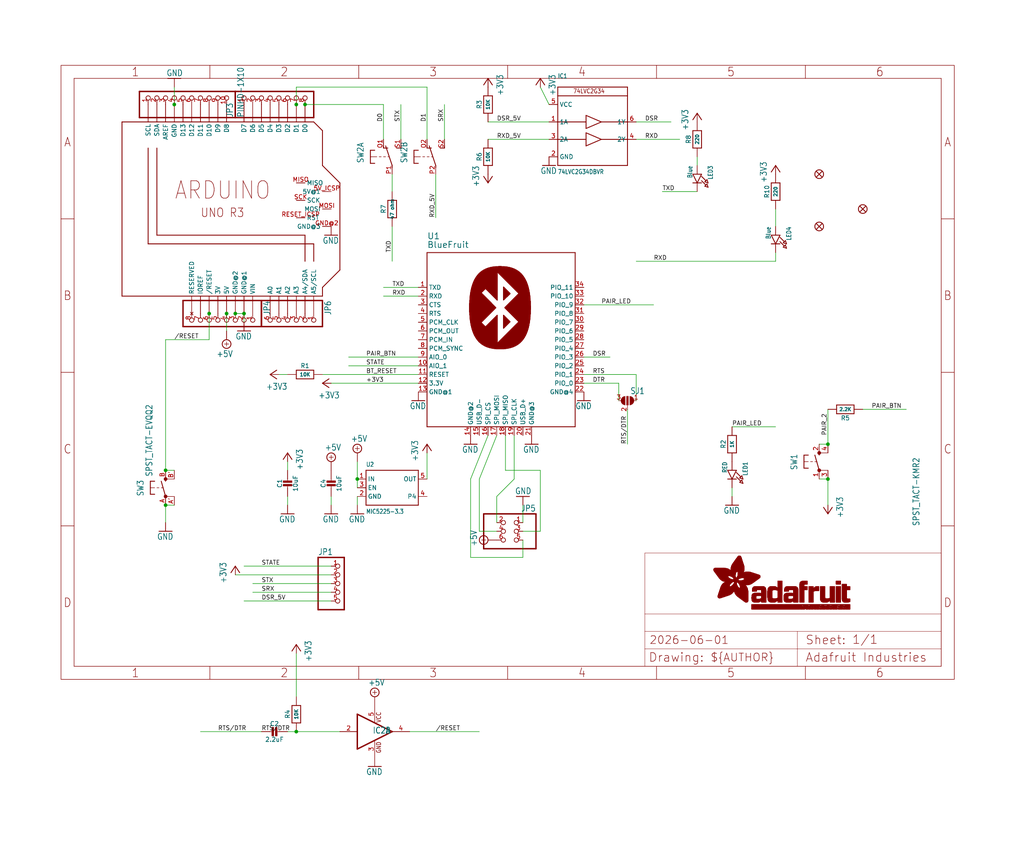
<source format=kicad_sch>
(kicad_sch (version 20230121) (generator eeschema)
  (paper "User" 298.45 245.593)
  (lib_symbols
    (symbol "working-eagle-import:+3V3" (power)
      (property "Value" "+3V3" (at -2.54 -5.08 90))
      (symbol "+3V3_1_0"
        (pin power_in line (at 0 -2.54 90) (length 2.54) (name "+3V3") (number "1"))
      )
    )
    (symbol "working-eagle-import:+5V" (power)
      (property "Value" "+5V" (at -1.905 3.175 0))
      (symbol "+5V_1_0"
        (pin power_in line (at 0 -2.54 90) (length 2.54) (name "+5V") (number "1"))
      )
    )
    (symbol "working-eagle-import:741G07DBV"
      (property "Reference" "IC" (at -0.635 -0.635 0))
      (symbol "741G07DBV_1_0"
        (pin input line (at -10.16 0 0) (length 5.08) (name "I") (number "2"))
        (pin open_collector line (at 10.16 0 180) (length 5.08) (name "O") (number "4"))
      )
      (symbol "741G07DBV_2_0"
        (text "GND" (at 1.905 -6.35 900) (effects (font (size 1.27 1.0795)) (justify left bottom)))
        (text "VCC" (at 1.905 2.54 900) (effects (font (size 1.27 1.0795)) (justify left bottom)))
        (pin power_in line (at 0 -7.62 90) (length 5.08) (name "GND") (number "3"))
        (pin power_in line (at 0 7.62 270) (length 5.08) (name "VCC") (number "5"))
      )
    )
    (symbol "working-eagle-import:74LVC2G34DBVR"
      (property "Reference" "IC" (at -7.62 15.24 0))
      (symbol "74LVC2G34DBVR_1_0"
        (text "74LVC2G34" (at -3.175 10.795 0) (effects (font (size 1.27 1.0795)) (justify left bottom)))
        (pin input line (at -10.16 2.54 0) (length 2.54) (name "1A") (number "1"))
        (pin power_in line (at -10.16 -7.62 0) (length 2.54) (name "GND") (number "2"))
        (pin input line (at -10.16 -2.54 0) (length 2.54) (name "2A") (number "3"))
        (pin output line (at 15.24 -2.54 180) (length 2.54) (name "2Y") (number "4"))
        (pin power_in line (at -10.16 7.62 0) (length 2.54) (name "VCC") (number "5"))
        (pin output line (at 15.24 2.54 180) (length 2.54) (name "1Y") (number "6"))
      )
    )
    (symbol "working-eagle-import:ARDUINO_R3_ICSP"
      (symbol "ARDUINO_R3_ICSP_1_0"
        (text "ARDUINO" (at 15.24 27.94 0) (effects (font (size 5.08 4.318)) (justify left bottom)))
        (text "UNO R3" (at 22.86 22.86 0) (effects (font (size 2.54 2.159)) (justify left bottom)))
        (pin power_in line (at 27.94 -5.08 90) (length 5.08) (name "3V") (number "3V"))
        (pin power_in line (at 30.48 -5.08 90) (length 5.08) (name "5V") (number "5V"))
        (pin passive line (at 60.96 30.48 180) (length 2.54) (name "5V@1") (number "5V_ICSP"))
        (pin bidirectional line (at 43.18 -5.08 90) (length 5.08) (name "A0") (number "A0"))
        (pin bidirectional line (at 45.72 -5.08 90) (length 5.08) (name "A1") (number "A1"))
        (pin bidirectional line (at 48.26 -5.08 90) (length 5.08) (name "A2") (number "A2"))
        (pin bidirectional line (at 50.8 -5.08 90) (length 5.08) (name "A3") (number "A3"))
        (pin bidirectional line (at 53.34 -5.08 90) (length 5.08) (name "A4/SDA") (number "A4"))
        (pin bidirectional line (at 55.88 -5.08 90) (length 5.08) (name "A5/SCL") (number "A5"))
        (pin bidirectional line (at 12.7 55.88 270) (length 5.08) (name "AREF") (number "AREF"))
        (pin bidirectional line (at 53.34 55.88 270) (length 5.08) (name "D0") (number "D0"))
        (pin bidirectional line (at 50.8 55.88 270) (length 5.08) (name "D1") (number "D1"))
        (pin bidirectional line (at 25.4 55.88 270) (length 5.08) (name "D10") (number "D10"))
        (pin bidirectional line (at 22.86 55.88 270) (length 5.08) (name "D11") (number "D11"))
        (pin bidirectional line (at 20.32 55.88 270) (length 5.08) (name "D12") (number "D12"))
        (pin bidirectional line (at 17.78 55.88 270) (length 5.08) (name "D13") (number "D13"))
        (pin bidirectional line (at 48.26 55.88 270) (length 5.08) (name "D2") (number "D2"))
        (pin bidirectional line (at 45.72 55.88 270) (length 5.08) (name "D3") (number "D3"))
        (pin bidirectional line (at 43.18 55.88 270) (length 5.08) (name "D4") (number "D4"))
        (pin bidirectional line (at 40.64 55.88 270) (length 5.08) (name "D5") (number "D5"))
        (pin bidirectional line (at 38.1 55.88 270) (length 5.08) (name "D6") (number "D6"))
        (pin bidirectional line (at 35.56 55.88 270) (length 5.08) (name "D7") (number "D7"))
        (pin bidirectional line (at 30.48 55.88 270) (length 5.08) (name "D8") (number "D8"))
        (pin bidirectional line (at 27.94 55.88 270) (length 5.08) (name "D9") (number "D9"))
        (pin power_in line (at 15.24 55.88 270) (length 5.08) (name "GND") (number "GND"))
        (pin power_in line (at 33.02 -5.08 90) (length 5.08) (name "GND@2") (number "GND@1"))
        (pin passive line (at 60.96 20.32 180) (length 2.54) (name "GND@3") (number "GND@2"))
        (pin power_in line (at 35.56 -5.08 90) (length 5.08) (name "GND@1") (number "GND@3"))
        (pin output line (at 22.86 -5.08 90) (length 5.08) (name "IOREF") (number "IOREF"))
        (pin passive line (at 50.8 33.02 0) (length 2.54) (name "MISO") (number "MISO"))
        (pin passive line (at 60.96 25.4 180) (length 2.54) (name "MOSI") (number "MOSI"))
        (pin no_connect line (at 20.32 -5.08 90) (length 5.08) (name "RESERVED") (number "RESERVED"))
        (pin bidirectional line (at 25.4 -5.08 90) (length 5.08) (name "/RESET") (number "RESET"))
        (pin passive line (at 50.8 22.86 0) (length 2.54) (name "RST") (number "RESET_ICSP"))
        (pin passive line (at 50.8 27.94 0) (length 2.54) (name "SCK") (number "SCK"))
        (pin bidirectional line (at 7.62 55.88 270) (length 5.08) (name "SCL") (number "SCL"))
        (pin bidirectional line (at 10.16 55.88 270) (length 5.08) (name "SDA") (number "SDA"))
        (pin power_in line (at 38.1 -5.08 90) (length 5.08) (name "VIN") (number "VIN"))
      )
    )
    (symbol "working-eagle-import:BLUETOOTH_MODULE"
      (property "Reference" "U" (at -20.32 29.21 0))
      (symbol "BLUETOOTH_MODULE_1_0"
        (pin bidirectional line (at -22.86 15.24 0) (length 2.54) (name "TXD") (number "1"))
        (pin bidirectional line (at -22.86 -7.62 0) (length 2.54) (name "AIO_1") (number "10"))
        (pin bidirectional line (at -22.86 -10.16 0) (length 2.54) (name "RESET") (number "11"))
        (pin power_in line (at -22.86 -12.7 0) (length 2.54) (name "3.3V") (number "12"))
        (pin power_in line (at -22.86 -15.24 0) (length 2.54) (name "GND@1") (number "13"))
        (pin power_in line (at -7.62 -27.94 90) (length 2.54) (name "GND@2") (number "14"))
        (pin bidirectional line (at -5.08 -27.94 90) (length 2.54) (name "USB_D-") (number "15"))
        (pin bidirectional line (at -2.54 -27.94 90) (length 2.54) (name "SPI_CS") (number "16"))
        (pin bidirectional line (at 0 -27.94 90) (length 2.54) (name "SPI_MOSI") (number "17"))
        (pin bidirectional line (at 2.54 -27.94 90) (length 2.54) (name "SPI_MISO") (number "18"))
        (pin bidirectional line (at 5.08 -27.94 90) (length 2.54) (name "SPI_CLK") (number "19"))
        (pin bidirectional line (at -22.86 12.7 0) (length 2.54) (name "RXD") (number "2"))
        (pin bidirectional line (at 7.62 -27.94 90) (length 2.54) (name "USB_D+") (number "20"))
        (pin power_in line (at 10.16 -27.94 90) (length 2.54) (name "GND@3") (number "21"))
        (pin power_in line (at 25.4 -15.24 180) (length 2.54) (name "GND@4") (number "22"))
        (pin bidirectional line (at 25.4 -12.7 180) (length 2.54) (name "PIO_0") (number "23"))
        (pin bidirectional line (at 25.4 -10.16 180) (length 2.54) (name "PIO_1") (number "24"))
        (pin bidirectional line (at 25.4 -7.62 180) (length 2.54) (name "PIO_2") (number "25"))
        (pin bidirectional line (at 25.4 -5.08 180) (length 2.54) (name "PIO_3") (number "26"))
        (pin bidirectional line (at 25.4 -2.54 180) (length 2.54) (name "PIO_4") (number "27"))
        (pin bidirectional line (at 25.4 0 180) (length 2.54) (name "PIO_5") (number "28"))
        (pin bidirectional line (at 25.4 2.54 180) (length 2.54) (name "PIO_6") (number "29"))
        (pin bidirectional line (at -22.86 10.16 0) (length 2.54) (name "CTS") (number "3"))
        (pin bidirectional line (at 25.4 5.08 180) (length 2.54) (name "PIO_7") (number "30"))
        (pin bidirectional line (at 25.4 7.62 180) (length 2.54) (name "PIO_8") (number "31"))
        (pin bidirectional line (at 25.4 10.16 180) (length 2.54) (name "PIO_9") (number "32"))
        (pin bidirectional line (at 25.4 12.7 180) (length 2.54) (name "PIO_10") (number "33"))
        (pin bidirectional line (at 25.4 15.24 180) (length 2.54) (name "PIO_11") (number "34"))
        (pin bidirectional line (at -22.86 7.62 0) (length 2.54) (name "RTS") (number "4"))
        (pin bidirectional line (at -22.86 5.08 0) (length 2.54) (name "PCM_CLK") (number "5"))
        (pin bidirectional line (at -22.86 2.54 0) (length 2.54) (name "PCM_OUT") (number "6"))
        (pin bidirectional line (at -22.86 0 0) (length 2.54) (name "PCM_IN") (number "7"))
        (pin bidirectional line (at -22.86 -2.54 0) (length 2.54) (name "PCM_SYNC") (number "8"))
        (pin bidirectional line (at -22.86 -5.08 0) (length 2.54) (name "AIO_0") (number "9"))
      )
    )
    (symbol "working-eagle-import:CAP_CERAMIC0805-NOOUTLINE"
      (property "Reference" "C" (at -2.29 1.25 90))
      (symbol "CAP_CERAMIC0805-NOOUTLINE_1_0"
        (pin passive line (at 0 5.08 270) (length 2.54) (name "1") (number "1"))
        (pin passive line (at 0 -2.54 90) (length 2.54) (name "2") (number "2"))
      )
    )
    (symbol "working-eagle-import:DPDT-EG1390"
      (property "Reference" "SW" (at -8.255 -1.905 90))
      (symbol "DPDT-EG1390_1_0"
        (pin passive line (at -2.54 5.08 270) (length 2.54) (name "O") (number "O1"))
        (pin passive line (at 0 -5.08 90) (length 2.54) (name "P") (number "P1"))
        (pin passive line (at 2.54 5.08 270) (length 2.54) (name "S") (number "S1"))
      )
      (symbol "DPDT-EG1390_2_0"
        (pin passive line (at -2.54 5.08 270) (length 2.54) (name "O") (number "O2"))
        (pin passive line (at 0 -5.08 90) (length 2.54) (name "P") (number "P2"))
        (pin passive line (at 2.54 5.08 270) (length 2.54) (name "S") (number "S2"))
      )
    )
    (symbol "working-eagle-import:FIDUCIAL{dblquote}{dblquote}")
    (symbol "working-eagle-import:FRAME_A4_ADAFRUIT"
      (symbol "FRAME_A4_ADAFRUIT_1_0"
        (text "${#}/${##}" (at 230.505 10.16 0) (effects (font (size 2.54 2.54)) (justify left bottom)))
        (text "${AUTHOR}" (at 189.23 5.08 0) (effects (font (size 2.286 2.286)) (justify left bottom)))
        (text "${CURRENT_DATE}" (at 171.45 10.16 0) (effects (font (size 2.286 2.286)) (justify left bottom)))
        (text "${PROJECTNAME}" (at 171.45 15.24 0) (effects (font (size 2.54 2.54)) (justify left bottom)))
        (text "1" (at 21.6958 1.905 0) (effects (font (size 2.54 2.286))))
        (text "1" (at 21.6958 177.165 0) (effects (font (size 2.54 2.286))))
        (text "2" (at 65.0875 1.905 0) (effects (font (size 2.54 2.286))))
        (text "2" (at 65.0875 177.165 0) (effects (font (size 2.54 2.286))))
        (text "3" (at 108.4792 1.905 0) (effects (font (size 2.54 2.286))))
        (text "3" (at 108.4792 177.165 0) (effects (font (size 2.54 2.286))))
        (text "4" (at 151.8708 1.905 0) (effects (font (size 2.54 2.286))))
        (text "4" (at 151.8708 177.165 0) (effects (font (size 2.54 2.286))))
        (text "5" (at 195.2625 1.905 0) (effects (font (size 2.54 2.286))))
        (text "5" (at 195.2625 177.165 0) (effects (font (size 2.54 2.286))))
        (text "6" (at 238.6542 1.905 0) (effects (font (size 2.54 2.286))))
        (text "6" (at 238.6542 177.165 0) (effects (font (size 2.54 2.286))))
        (text "A" (at 1.905 156.6863 0) (effects (font (size 2.54 2.286))))
        (text "A" (at 258.445 156.6863 0) (effects (font (size 2.54 2.286))))
        (text "Adafruit Industries" (at 216.916 4.953 0) (effects (font (size 2.54 2.54)) (justify left bottom)))
        (text "B" (at 1.905 111.9188 0) (effects (font (size 2.54 2.286))))
        (text "B" (at 258.445 111.9188 0) (effects (font (size 2.54 2.286))))
        (text "C" (at 1.905 67.1513 0) (effects (font (size 2.54 2.286))))
        (text "C" (at 258.445 67.1513 0) (effects (font (size 2.54 2.286))))
        (text "D" (at 1.905 22.3838 0) (effects (font (size 2.54 2.286))))
        (text "D" (at 258.445 22.3838 0) (effects (font (size 2.54 2.286))))
        (text "Drawing:" (at 171.196 4.953 0) (effects (font (size 2.54 2.54)) (justify left bottom)))
        (text "Sheet:" (at 216.916 10.033 0) (effects (font (size 2.54 2.54)) (justify left bottom)))
      )
    )
    (symbol "working-eagle-import:GND" (power)
      (property "Value" "GND" (at -2.54 -2.54 0))
      (symbol "GND_1_0"
        (pin power_in line (at 0 2.54 270) (length 2.54) (name "GND") (number "1"))
      )
    )
    (symbol "working-eagle-import:HEADER-1X570MIL"
      (property "Reference" "JP" (at -6.35 8.255 0))
      (symbol "HEADER-1X570MIL_1_0"
        (pin passive inverted (at -2.54 5.08 0) (length 2.54) (name "1") (number "1"))
        (pin passive inverted (at -2.54 2.54 0) (length 2.54) (name "2") (number "2"))
        (pin passive inverted (at -2.54 0 0) (length 2.54) (name "3") (number "3"))
        (pin passive inverted (at -2.54 -2.54 0) (length 2.54) (name "4") (number "4"))
        (pin passive inverted (at -2.54 -5.08 0) (length 2.54) (name "5") (number "5"))
      )
    )
    (symbol "working-eagle-import:HEADER-2X3"
      (property "Reference" "JP" (at -8.89 5.715 0))
      (symbol "HEADER-2X3_1_0"
        (pin passive inverted (at -5.08 2.54 0) (length 2.54) (name "1") (number "1"))
        (pin passive inverted (at 2.54 2.54 180) (length 2.54) (name "2") (number "2"))
        (pin passive inverted (at -5.08 0 0) (length 2.54) (name "3") (number "3"))
        (pin passive inverted (at 2.54 0 180) (length 2.54) (name "4") (number "4"))
        (pin passive inverted (at -5.08 -2.54 0) (length 2.54) (name "5") (number "5"))
        (pin passive inverted (at 2.54 -2.54 180) (length 2.54) (name "6") (number "6"))
      )
    )
    (symbol "working-eagle-import:LED0805_NOOUTLINE"
      (property "Reference" "LED" (at -5.08 3.175 0))
      (symbol "LED0805_NOOUTLINE_1_0"
        (pin passive line (at -5.08 0 0) (length 2.54) (name "A") (number "A"))
        (pin passive line (at 2.54 0 180) (length 2.54) (name "C") (number "C"))
      )
    )
    (symbol "working-eagle-import:PINHD-1X10"
      (symbol "PINHD-1X10_1_0"
        (pin passive inverted (at -2.54 10.16 0) (length 2.54) (name "1") (number "1"))
        (pin passive inverted (at -2.54 -12.7 0) (length 2.54) (name "10") (number "10"))
        (pin passive inverted (at -2.54 7.62 0) (length 2.54) (name "2") (number "2"))
        (pin passive inverted (at -2.54 5.08 0) (length 2.54) (name "3") (number "3"))
        (pin passive inverted (at -2.54 2.54 0) (length 2.54) (name "4") (number "4"))
        (pin passive inverted (at -2.54 0 0) (length 2.54) (name "5") (number "5"))
        (pin passive inverted (at -2.54 -2.54 0) (length 2.54) (name "6") (number "6"))
        (pin passive inverted (at -2.54 -5.08 0) (length 2.54) (name "7") (number "7"))
        (pin passive inverted (at -2.54 -7.62 0) (length 2.54) (name "8") (number "8"))
        (pin passive inverted (at -2.54 -10.16 0) (length 2.54) (name "9") (number "9"))
      )
    )
    (symbol "working-eagle-import:PINHD-1X6B"
      (property "Reference" "JP" (at -6.35 10.795 0))
      (symbol "PINHD-1X6B_1_0"
        (pin passive inverted (at -2.54 7.62 0) (length 2.54) (name "1") (number "1"))
        (pin passive inverted (at -2.54 5.08 0) (length 2.54) (name "2") (number "2"))
        (pin passive inverted (at -2.54 2.54 0) (length 2.54) (name "3") (number "3"))
        (pin passive inverted (at -2.54 0 0) (length 2.54) (name "4") (number "4"))
        (pin passive inverted (at -2.54 -2.54 0) (length 2.54) (name "5") (number "5"))
        (pin passive inverted (at -2.54 -5.08 0) (length 2.54) (name "6") (number "6"))
      )
    )
    (symbol "working-eagle-import:PINHD-1X8BIG"
      (property "Reference" "JP" (at -6.35 10.795 0))
      (symbol "PINHD-1X8BIG_1_0"
        (pin passive inverted (at -2.54 7.62 0) (length 2.54) (name "1") (number "1"))
        (pin passive inverted (at -2.54 5.08 0) (length 2.54) (name "2") (number "2"))
        (pin passive inverted (at -2.54 2.54 0) (length 2.54) (name "3") (number "3"))
        (pin passive inverted (at -2.54 0 0) (length 2.54) (name "4") (number "4"))
        (pin passive inverted (at -2.54 -2.54 0) (length 2.54) (name "5") (number "5"))
        (pin passive inverted (at -2.54 -5.08 0) (length 2.54) (name "6") (number "6"))
        (pin passive inverted (at -2.54 -7.62 0) (length 2.54) (name "7") (number "7"))
        (pin passive inverted (at -2.54 -10.16 0) (length 2.54) (name "8") (number "8"))
      )
    )
    (symbol "working-eagle-import:RESISTOR0805_NOOUTLINE"
      (property "Reference" "R" (at 0 2.54 0))
      (symbol "RESISTOR0805_NOOUTLINE_1_0"
        (pin passive line (at -5.08 0 0) (length 2.54) (name "1") (number "1"))
        (pin passive line (at 5.08 0 180) (length 2.54) (name "2") (number "2"))
      )
    )
    (symbol "working-eagle-import:RESISTOR_0805MP"
      (property "Reference" "R" (at 0 2.54 0))
      (symbol "RESISTOR_0805MP_1_0"
        (pin passive line (at -5.08 0 0) (length 2.54) (name "1") (number "1"))
        (pin passive line (at 5.08 0 180) (length 2.54) (name "2") (number "2"))
      )
    )
    (symbol "working-eagle-import:SOLDERJUMPER_2WAY"
      (property "Reference" "SJ" (at -5.08 -3.81 0))
      (symbol "SOLDERJUMPER_2WAY_1_0"
        (pin passive line (at -2.54 0 0) (length 0) (name "1") (number "1"))
        (pin passive line (at 0 2.54 270) (length 0) (name "2") (number "2"))
        (pin passive line (at 2.54 0 180) (length 0) (name "3") (number "3"))
      )
    )
    (symbol "working-eagle-import:SPST_TACT-EVQQ2"
      (property "Reference" "SW" (at -6.35 -2.54 90))
      (symbol "SPST_TACT-EVQQ2_1_0"
        (pin passive line (at 0 -5.08 90) (length 2.54) (name "P") (number "A"))
        (pin passive line (at 2.54 -5.08 90) (length 2.54) (name "P1") (number "A'"))
        (pin passive line (at 0 5.08 270) (length 2.54) (name "S") (number "B"))
        (pin passive line (at 2.54 5.08 270) (length 2.54) (name "S1") (number "B'"))
      )
    )
    (symbol "working-eagle-import:SPST_TACT-KMR2"
      (property "Reference" "SW" (at -6.35 -2.54 90))
      (symbol "SPST_TACT-KMR2_1_0"
        (pin passive line (at 0 -5.08 90) (length 2.54) (name "P") (number "1"))
        (pin passive line (at 0 5.08 270) (length 2.54) (name "S") (number "2"))
        (pin passive line (at 2.54 -5.08 90) (length 2.54) (name "P1") (number "3"))
        (pin passive line (at 2.54 5.08 270) (length 2.54) (name "S1") (number "4"))
      )
    )
    (symbol "working-eagle-import:VREG_SOT23-5"
      (property "Reference" "U" (at -7.62 6.096 0))
      (symbol "VREG_SOT23-5_1_0"
        (pin power_in line (at -10.16 2.54 0) (length 2.54) (name "IN") (number "1"))
        (pin power_in line (at -10.16 -2.54 0) (length 2.54) (name "GND") (number "2"))
        (pin input line (at -10.16 0 0) (length 2.54) (name "EN") (number "3"))
        (pin bidirectional line (at 10.16 -2.54 180) (length 2.54) (name "P4") (number "4"))
        (pin power_in line (at 10.16 2.54 180) (length 2.54) (name "OUT") (number "5"))
      )
    )
  )
  (junction (at 86.36 213.36))
  (junction (at 88.9 30.48))
  (junction (at 68.58 91.44))
  (junction (at 71.12 91.44))
  (junction (at 86.36 30.48))
  (junction (at 60.96 91.44))
  (junction (at 50.8 30.48))
  (junction (at 48.26 137.16))
  (junction (at 66.04 91.44))
  (junction (at 241.3 139.7))
  (junction (at 241.3 129.54))
  (junction (at 104.14 139.7))
  (junction (at 48.26 147.32))
  (wire (pts (xy 144.78 152.4) (xy 144.78 144.78)) (stroke (width 0.1524)))
  (wire (pts (xy 170.18 104.14) (xy 177.8 104.14)) (stroke (width 0.1524)))
  (wire (pts (xy 50.8 137.16) (xy 48.26 137.16)) (stroke (width 0.1524)))
  (wire (pts (xy 83.82 147.32) (xy 83.82 144.78)) (stroke (width 0.1524)))
  (wire (pts (xy 104.14 139.7) (xy 104.14 142.24)) (stroke (width 0.1524)))
  (wire (pts (xy 73.66 170.18) (xy 96.52 170.18)) (stroke (width 0.1524)))
  (wire (pts (xy 157.48 25.4) (xy 160.02 30.48)) (stroke (width 0.1524)))
  (wire (pts (xy 185.42 40.64) (xy 198.12 40.64)) (stroke (width 0.1524)))
  (wire (pts (xy 147.32 137.16) (xy 147.32 127)) (stroke (width 0.1524)))
  (wire (pts (xy 121.92 106.68) (xy 101.6 106.68)) (stroke (width 0.1524)))
  (wire (pts (xy 241.3 129.54) (xy 241.3 119.38)) (stroke (width 0.1524)))
  (wire (pts (xy 213.36 144.78) (xy 213.36 142.24)) (stroke (width 0.1524)))
  (wire (pts (xy 76.2 213.36) (xy 58.42 213.36)) (stroke (width 0.1524)))
  (wire (pts (xy 180.34 111.76) (xy 170.18 111.76)) (stroke (width 0.1524)))
  (wire (pts (xy 66.04 96.52) (xy 66.04 91.44)) (stroke (width 0.1524)))
  (wire (pts (xy 170.18 88.9) (xy 190.5 88.9)) (stroke (width 0.1524)))
  (wire (pts (xy 139.7 139.7) (xy 139.7 154.94)) (stroke (width 0.1524)))
  (wire (pts (xy 60.96 99.06) (xy 60.96 91.44)) (stroke (width 0.1524)))
  (wire (pts (xy 121.92 83.82) (xy 111.76 83.82)) (stroke (width 0.1524)))
  (wire (pts (xy 157.48 154.94) (xy 152.4 154.94)) (stroke (width 0.1524)))
  (wire (pts (xy 142.24 127) (xy 137.16 139.7)) (stroke (width 0.1524)))
  (wire (pts (xy 88.9 30.48) (xy 111.76 30.48)) (stroke (width 0.1524)))
  (wire (pts (xy 83.82 109.22) (xy 81.28 109.22)) (stroke (width 0.1524)))
  (wire (pts (xy 48.26 147.32) (xy 48.26 152.4)) (stroke (width 0.1524)))
  (wire (pts (xy 170.18 109.22) (xy 185.42 109.22)) (stroke (width 0.1524)))
  (wire (pts (xy 96.52 147.32) (xy 96.52 144.78)) (stroke (width 0.1524)))
  (wire (pts (xy 180.34 111.76) (xy 180.34 116.84)) (stroke (width 0.1524)))
  (wire (pts (xy 114.3 50.8) (xy 114.3 55.88)) (stroke (width 0.1524)))
  (wire (pts (xy 68.58 91.44) (xy 71.12 91.44)) (stroke (width 0.1524)))
  (wire (pts (xy 114.3 66.04) (xy 114.3 76.2)) (stroke (width 0.1524)))
  (wire (pts (xy 96.52 165.1) (xy 71.12 165.1)) (stroke (width 0.1524)))
  (wire (pts (xy 124.46 25.4) (xy 124.46 40.64)) (stroke (width 0.1524)))
  (wire (pts (xy 68.58 167.64) (xy 96.52 167.64)) (stroke (width 0.1524)))
  (wire (pts (xy 83.82 134.62) (xy 83.82 137.16)) (stroke (width 0.1524)))
  (wire (pts (xy 238.76 139.7) (xy 241.3 139.7)) (stroke (width 0.1524)))
  (wire (pts (xy 142.24 35.56) (xy 160.02 35.56)) (stroke (width 0.1524)))
  (wire (pts (xy 86.36 25.4) (xy 124.46 25.4)) (stroke (width 0.1524)))
  (wire (pts (xy 203.2 55.88) (xy 193.04 55.88)) (stroke (width 0.1524)))
  (wire (pts (xy 160.02 40.64) (xy 142.24 40.64)) (stroke (width 0.1524)))
  (wire (pts (xy 226.06 66.04) (xy 226.06 60.96)) (stroke (width 0.1524)))
  (wire (pts (xy 127 50.8) (xy 127 63.5)) (stroke (width 0.1524)))
  (wire (pts (xy 139.7 139.7) (xy 144.78 127)) (stroke (width 0.1524)))
  (wire (pts (xy 50.8 30.48) (xy 50.8 25.4)) (stroke (width 0.1524)))
  (wire (pts (xy 86.36 30.48) (xy 86.36 25.4)) (stroke (width 0.1524)))
  (wire (pts (xy 213.36 124.46) (xy 226.06 124.46)) (stroke (width 0.1524)))
  (wire (pts (xy 203.2 48.26) (xy 203.2 45.72)) (stroke (width 0.1524)))
  (wire (pts (xy 185.42 109.22) (xy 185.42 116.84)) (stroke (width 0.1524)))
  (wire (pts (xy 121.92 104.14) (xy 101.6 104.14)) (stroke (width 0.1524)))
  (wire (pts (xy 251.46 119.38) (xy 264.16 119.38)) (stroke (width 0.1524)))
  (wire (pts (xy 104.14 147.32) (xy 104.14 144.78)) (stroke (width 0.1524)))
  (wire (pts (xy 111.76 40.64) (xy 111.76 30.48)) (stroke (width 0.1524)))
  (wire (pts (xy 121.92 86.36) (xy 111.76 86.36)) (stroke (width 0.1524)))
  (wire (pts (xy 83.82 213.36) (xy 86.36 213.36)) (stroke (width 0.1524)))
  (wire (pts (xy 48.26 99.06) (xy 60.96 99.06)) (stroke (width 0.1524)))
  (wire (pts (xy 241.3 147.32) (xy 241.3 139.7)) (stroke (width 0.1524)))
  (wire (pts (xy 71.12 175.26) (xy 96.52 175.26)) (stroke (width 0.1524)))
  (wire (pts (xy 157.48 137.16) (xy 157.48 154.94)) (stroke (width 0.1524)))
  (wire (pts (xy 71.12 91.44) (xy 71.12 93.98)) (stroke (width 0.1524)))
  (wire (pts (xy 152.4 147.32) (xy 152.4 152.4)) (stroke (width 0.1524)))
  (wire (pts (xy 152.4 157.48) (xy 152.4 162.56)) (stroke (width 0.1524)))
  (wire (pts (xy 149.86 139.7) (xy 149.86 127)) (stroke (width 0.1524)))
  (wire (pts (xy 185.42 35.56) (xy 195.58 35.56)) (stroke (width 0.1524)))
  (wire (pts (xy 129.54 30.48) (xy 129.54 40.64)) (stroke (width 0.1524)))
  (wire (pts (xy 86.36 213.36) (xy 99.06 213.36)) (stroke (width 0.1524)))
  (wire (pts (xy 147.32 137.16) (xy 157.48 137.16)) (stroke (width 0.1524)))
  (wire (pts (xy 137.16 162.56) (xy 137.16 139.7)) (stroke (width 0.1524)))
  (wire (pts (xy 121.92 109.22) (xy 93.98 109.22)) (stroke (width 0.1524)))
  (wire (pts (xy 50.8 147.32) (xy 48.26 147.32)) (stroke (width 0.1524)))
  (wire (pts (xy 144.78 144.78) (xy 149.86 139.7)) (stroke (width 0.1524)))
  (wire (pts (xy 226.06 76.2) (xy 185.42 76.2)) (stroke (width 0.1524)))
  (wire (pts (xy 152.4 162.56) (xy 137.16 162.56)) (stroke (width 0.1524)))
  (wire (pts (xy 119.38 213.36) (xy 139.7 213.36)) (stroke (width 0.1524)))
  (wire (pts (xy 139.7 154.94) (xy 144.78 154.94)) (stroke (width 0.1524)))
  (wire (pts (xy 96.52 172.72) (xy 73.66 172.72)) (stroke (width 0.1524)))
  (wire (pts (xy 104.14 134.62) (xy 104.14 139.7)) (stroke (width 0.1524)))
  (wire (pts (xy 116.84 40.64) (xy 116.84 30.48)) (stroke (width 0.1524)))
  (wire (pts (xy 96.52 111.76) (xy 121.92 111.76)) (stroke (width 0.1524)))
  (wire (pts (xy 238.76 129.54) (xy 241.3 129.54)) (stroke (width 0.1524)))
  (wire (pts (xy 48.26 137.16) (xy 48.26 99.06)) (stroke (width 0.1524)))
  (wire (pts (xy 226.06 76.2) (xy 226.06 73.66)) (stroke (width 0.1524)))
  (wire (pts (xy 124.46 132.08) (xy 124.46 139.7)) (stroke (width 0.1524)))
  (wire (pts (xy 86.36 203.2) (xy 86.36 190.5)) (stroke (width 0.1524)))
  (wire (pts (xy 182.88 119.38) (xy 182.88 129.54)) (stroke (width 0.1524)))
  (label "STX" (at 76.2 170.18 0) (effects (font (size 1.2446 1.2446))))
  (label "RXD" (at 190.5 76.2 0) (effects (font (size 1.2446 1.2446))))
  (label "+3V3" (at 106.68 111.76 0) (effects (font (size 1.2446 1.2446))))
  (label "/RESET" (at 127 213.36 0) (effects (font (size 1.2446 1.2446))))
  (label "D0" (at 111.76 35.56 90) (effects (font (size 1.2446 1.2446))))
  (label "PAIR_2" (at 241.3 127 90) (effects (font (size 1.2446 1.2446))))
  (label "STATE" (at 76.2 165.1 0) (effects (font (size 1.2446 1.2446))))
  (label "TXD" (at 114.3 83.82 0) (effects (font (size 1.2446 1.2446))))
  (label "DTR" (at 172.72 111.76 0) (effects (font (size 1.2446 1.2446))))
  (label "PAIR_BTN" (at 254 119.38 0) (effects (font (size 1.2446 1.2446))))
  (label "RXD" (at 114.3 86.36 0) (effects (font (size 1.2446 1.2446))))
  (label "RXD_5V" (at 127 63.5 90) (effects (font (size 1.2446 1.2446))))
  (label "PAIR_BTN" (at 106.68 104.14 0) (effects (font (size 1.2446 1.2446))))
  (label "RTS" (at 172.72 109.22 0) (effects (font (size 1.2446 1.2446))))
  (label "TXD" (at 193.04 55.88 0) (effects (font (size 1.2446 1.2446))))
  (label "RTS/DTR" (at 182.88 129.54 90) (effects (font (size 1.2446 1.2446))))
  (label "SRX" (at 129.54 35.56 90) (effects (font (size 1.2446 1.2446))))
  (label "DSR_5V" (at 76.2 175.26 0) (effects (font (size 1.2446 1.2446))))
  (label "RTS/DTR" (at 63.5 213.36 0) (effects (font (size 1.2446 1.2446))))
  (label "DSR" (at 187.96 35.56 0) (effects (font (size 1.2446 1.2446))))
  (label "STX" (at 116.84 35.56 90) (effects (font (size 1.2446 1.2446))))
  (label "RXD" (at 187.96 40.64 0) (effects (font (size 1.2446 1.2446))))
  (label "TXD" (at 114.3 73.66 90) (effects (font (size 1.2446 1.2446))))
  (label "PAIR_LED" (at 213.36 124.46 0) (effects (font (size 1.2446 1.2446))))
  (label "DSR" (at 172.72 104.14 0) (effects (font (size 1.2446 1.2446))))
  (label "D1" (at 124.46 35.56 90) (effects (font (size 1.2446 1.2446))))
  (label "PAIR_LED" (at 175.26 88.9 0) (effects (font (size 1.2446 1.2446))))
  (label "RTS/DTR" (at 76.2 213.36 0) (effects (font (size 1.2446 1.2446))))
  (label "SRX" (at 76.2 172.72 0) (effects (font (size 1.2446 1.2446))))
  (label "RXD_5V" (at 144.78 40.64 0) (effects (font (size 1.2446 1.2446))))
  (label "STATE" (at 106.68 106.68 0) (effects (font (size 1.2446 1.2446))))
  (label "DSR_5V" (at 144.78 35.56 0) (effects (font (size 1.2446 1.2446))))
  (label "BT_RESET" (at 106.68 109.22 0) (effects (font (size 1.2446 1.2446))))
  (label "/RESET" (at 50.8 99.06 0) (effects (font (size 1.2446 1.2446))))
  (symbol (lib_id "working-eagle-import:FRAME_A4_ADAFRUIT") (at 17.78 198.12 0) (unit 1)
    (property "Reference" "#U$1" (effects hide))
    (property "Value" "FRAME_A4_ADAFRUIT" (effects hide))
  )
  (symbol (lib_id "working-eagle-import:FIDUCIAL{dblquote}{dblquote}") (at 238.76 66.04 0) (unit 1)
    (property "Reference" "FID3" (effects hide))
    (property "Value" "FIDUCIAL{dblquote}{dblquote}" (effects hide))
    (property "Footprint" "working:FIDUCIAL_1MM" (effects hide))
  )
  (symbol (lib_id "working-eagle-import:CAP_CERAMIC0805-NOOUTLINE") (at 78.74 213.36 270) (unit 1)
    (property "Reference" "C2" (at 79.99 211.07 90))
    (property "Value" "2.2uF" (at 79.99 215.66 90))
    (property "Footprint" "working:0805-NO" (effects hide))
  )
  (symbol (lib_id "working-eagle-import:GND") (at 50.8 22.86 180) (unit 1)
    (property "Reference" "#GND14" (effects hide))
    (property "Value" "GND" (at 53.34 20.32 0) (effects (font (size 1.778 1.5113)) (justify left bottom)))
  )
  (symbol (lib_id "working-eagle-import:+3V3") (at 142.24 53.34 0) (mirror x) (unit 1)
    (property "Reference" "#+3V10" (effects hide))
    (property "Value" "+3V3" (at 139.7 48.26 90) (effects (font (size 1.778 1.5113)) (justify left bottom)))
  )
  (symbol (lib_id "working-eagle-import:GND") (at 170.18 116.84 0) (unit 1)
    (property "Reference" "#GND3" (effects hide))
    (property "Value" "GND" (at 167.64 119.38 0) (effects (font (size 1.778 1.5113)) (justify left bottom)))
  )
  (symbol (lib_id "working-eagle-import:GND") (at 104.14 149.86 0) (unit 1)
    (property "Reference" "#GND6" (effects hide))
    (property "Value" "GND" (at 101.6 152.4 0) (effects (font (size 1.778 1.5113)) (justify left bottom)))
  )
  (symbol (lib_id "working-eagle-import:+3V3") (at 78.74 109.22 90) (unit 1)
    (property "Reference" "#+3V6" (effects hide))
    (property "Value" "+3V3" (at 83.82 111.76 90) (effects (font (size 1.778 1.5113)) (justify left bottom)))
  )
  (symbol (lib_id "working-eagle-import:741G07DBV") (at 109.22 213.36 0) (unit 2)
    (property "Reference" "IC2" (at 108.585 213.995 0) (effects (font (size 1.778 1.5113)) (justify left bottom)))
    (property "Value" "741G07DBV" (effects hide))
    (property "Footprint" "working:SOT23-5" (effects hide))
  )
  (symbol (lib_id "working-eagle-import:LED0805_NOOUTLINE") (at 203.2 53.34 270) (unit 1)
    (property "Reference" "LED3" (at 206.375 48.26 0) (effects (font (size 1.27 1.0795)) (justify left bottom)))
    (property "Value" "Blue" (at 200.406 48.26 0) (effects (font (size 1.27 1.0795)) (justify left bottom)))
    (property "Footprint" "working:CHIPLED_0805_NOOUTLINE" (effects hide))
  )
  (symbol (lib_id "working-eagle-import:RESISTOR_0805MP") (at 142.24 45.72 90) (unit 1)
    (property "Reference" "R6" (at 139.7 45.72 0))
    (property "Value" "10K" (at 142.24 45.72 0) (effects (font (size 1.016 1.016) bold)))
    (property "Footprint" "working:_0805MP" (effects hide))
  )
  (symbol (lib_id "working-eagle-import:GND") (at 213.36 147.32 0) (unit 1)
    (property "Reference" "#GND10" (effects hide))
    (property "Value" "GND" (at 210.82 149.86 0) (effects (font (size 1.778 1.5113)) (justify left bottom)))
  )
  (symbol (lib_id "working-eagle-import:+3V3") (at 142.24 22.86 0) (mirror y) (unit 1)
    (property "Reference" "#+3V11" (effects hide))
    (property "Value" "+3V3" (at 144.78 27.94 90) (effects (font (size 1.778 1.5113)) (justify left bottom)))
  )
  (symbol (lib_id "working-eagle-import:GND") (at 96.52 149.86 0) (unit 1)
    (property "Reference" "#GND7" (effects hide))
    (property "Value" "GND" (at 93.98 152.4 0) (effects (font (size 1.778 1.5113)) (justify left bottom)))
  )
  (symbol (lib_id "working-eagle-import:+3V3") (at 86.36 187.96 0) (mirror y) (unit 1)
    (property "Reference" "#+3V5" (effects hide))
    (property "Value" "+3V3" (at 88.9 193.04 90) (effects (font (size 1.778 1.5113)) (justify left bottom)))
  )
  (symbol (lib_id "working-eagle-import:SPST_TACT-EVQQ2") (at 48.26 142.24 0) (unit 1)
    (property "Reference" "SW3" (at 41.91 144.78 90) (effects (font (size 1.778 1.5113)) (justify left bottom)))
    (property "Value" "SPST_TACT-EVQQ2" (at 44.45 139.065 90) (effects (font (size 1.778 1.5113)) (justify left bottom)))
    (property "Footprint" "working:EVQ-Q2" (effects hide))
  )
  (symbol (lib_id "working-eagle-import:GND") (at 48.26 154.94 0) (unit 1)
    (property "Reference" "#GND13" (effects hide))
    (property "Value" "GND" (at 45.72 157.48 0) (effects (font (size 1.778 1.5113)) (justify left bottom)))
  )
  (symbol (lib_id "working-eagle-import:+5V") (at 104.14 132.08 0) (unit 1)
    (property "Reference" "#SUPPLY2" (effects hide))
    (property "Value" "+5V" (at 102.235 128.905 0) (effects (font (size 1.778 1.5113)) (justify left bottom)))
  )
  (symbol (lib_id "working-eagle-import:RESISTOR0805_NOOUTLINE") (at 114.3 60.96 90) (unit 1)
    (property "Reference" "R7" (at 111.76 60.96 0))
    (property "Value" "47 ohm" (at 114.3 60.96 0) (effects (font (size 1.016 1.016) bold)))
    (property "Footprint" "working:0805-NO" (effects hide))
  )
  (symbol (lib_id "working-eagle-import:+3V3") (at 68.58 165.1 0) (unit 1)
    (property "Reference" "#+3V12" (effects hide))
    (property "Value" "+3V3" (at 66.04 170.18 90) (effects (font (size 1.778 1.5113)) (justify left bottom)))
  )
  (symbol (lib_id "working-eagle-import:GND") (at 121.92 116.84 0) (unit 1)
    (property "Reference" "#GND4" (effects hide))
    (property "Value" "GND" (at 119.38 119.38 0) (effects (font (size 1.778 1.5113)) (justify left bottom)))
  )
  (symbol (lib_id "working-eagle-import:PINHD-1X10") (at 53.34 27.94 90) (unit 1)
    (property "Reference" "U$6" (effects hide))
    (property "Value" "PINHD-1X10" (at 71.12 34.29 0) (effects (font (size 1.778 1.5113)) (justify left bottom)))
    (property "Footprint" "working:1X10-BIG" (effects hide))
  )
  (symbol (lib_id "working-eagle-import:741G07DBV") (at 109.22 213.36 0) (unit 1)
    (property "Reference" "IC2" (at 108.585 213.995 0) (effects (font (size 1.778 1.5113)) (justify left bottom)))
    (property "Value" "741G07DBV" (effects hide))
    (property "Footprint" "working:SOT23-5" (effects hide))
  )
  (symbol (lib_id "working-eagle-import:FIDUCIAL{dblquote}{dblquote}") (at 238.76 50.8 0) (unit 1)
    (property "Reference" "FID2" (effects hide))
    (property "Value" "FIDUCIAL{dblquote}{dblquote}" (effects hide))
    (property "Footprint" "working:FIDUCIAL_1MM" (effects hide))
  )
  (symbol (lib_id "working-eagle-import:+5V") (at 66.04 99.06 180) (unit 1)
    (property "Reference" "#SUPPLY1" (effects hide))
    (property "Value" "+5V" (at 67.945 102.235 0) (effects (font (size 1.778 1.5113)) (justify left bottom)))
  )
  (symbol (lib_id "working-eagle-import:RESISTOR0805_NOOUTLINE") (at 203.2 40.64 90) (unit 1)
    (property "Reference" "R8" (at 200.66 40.64 0))
    (property "Value" "220" (at 203.2 40.64 0) (effects (font (size 1.016 1.016) bold)))
    (property "Footprint" "working:0805-NO" (effects hide))
  )
  (symbol (lib_id "working-eagle-import:+5V") (at 109.22 203.2 0) (unit 1)
    (property "Reference" "#SUPPLY5" (effects hide))
    (property "Value" "+5V" (at 107.315 200.025 0) (effects (font (size 1.778 1.5113)) (justify left bottom)))
  )
  (symbol (lib_id "working-eagle-import:LED0805_NOOUTLINE") (at 213.36 139.7 270) (unit 1)
    (property "Reference" "LED1" (at 216.535 134.62 0) (effects (font (size 1.27 1.0795)) (justify left bottom)))
    (property "Value" "RED" (at 210.566 134.62 0) (effects (font (size 1.27 1.0795)) (justify left bottom)))
    (property "Footprint" "working:CHIPLED_0805_NOOUTLINE" (effects hide))
  )
  (symbol (lib_id "working-eagle-import:CAP_CERAMIC0805-NOOUTLINE") (at 83.82 142.24 0) (unit 1)
    (property "Reference" "C1" (at 81.53 140.99 90))
    (property "Value" "10uF" (at 86.12 140.99 90))
    (property "Footprint" "working:0805-NO" (effects hide))
  )
  (symbol (lib_id "working-eagle-import:CAP_CERAMIC0805-NOOUTLINE") (at 96.52 142.24 0) (unit 1)
    (property "Reference" "C4" (at 94.23 140.99 90))
    (property "Value" "10uF" (at 98.82 140.99 90))
    (property "Footprint" "working:0805-NO" (effects hide))
  )
  (symbol (lib_id "working-eagle-import:PINHD-1X8BIG") (at 66.04 93.98 270) (unit 1)
    (property "Reference" "JP4" (at 76.835 87.63 0) (effects (font (size 1.778 1.5113)) (justify left bottom)))
    (property "Value" "PINHD-1X8BIG" (effects hide))
    (property "Footprint" "working:1X08-BIG" (effects hide))
  )
  (symbol (lib_id "working-eagle-import:+3V3") (at 157.48 22.86 0) (mirror y) (unit 1)
    (property "Reference" "#+3V9" (effects hide))
    (property "Value" "+3V3" (at 160.02 27.94 90) (effects (font (size 1.778 1.5113)) (justify left bottom)))
  )
  (symbol (lib_id "working-eagle-import:74LVC2G34DBVR") (at 170.18 38.1 0) (unit 1)
    (property "Reference" "IC1" (at 162.56 22.86 0) (effects (font (size 1.27 1.0795)) (justify left bottom)))
    (property "Value" "74LVC2G34DBVR" (at 162.56 50.8 0) (effects (font (size 1.27 1.0795)) (justify left bottom)))
    (property "Footprint" "working:SOT23-6" (effects hide))
  )
  (symbol (lib_id "working-eagle-import:GND") (at 137.16 129.54 0) (unit 1)
    (property "Reference" "#GND1" (effects hide))
    (property "Value" "GND" (at 134.62 132.08 0) (effects (font (size 1.778 1.5113)) (justify left bottom)))
  )
  (symbol (lib_id "working-eagle-import:GND") (at 152.4 144.78 180) (unit 1)
    (property "Reference" "#GND5" (effects hide))
    (property "Value" "GND" (at 154.94 142.24 0) (effects (font (size 1.778 1.5113)) (justify left bottom)))
  )
  (symbol (lib_id "working-eagle-import:GND") (at 71.12 96.52 0) (unit 1)
    (property "Reference" "#GND11" (effects hide))
    (property "Value" "GND" (at 68.58 99.06 0) (effects (font (size 1.778 1.5113)) (justify left bottom)))
  )
  (symbol (lib_id "working-eagle-import:DPDT-EG1390") (at 127 45.72 0) (unit 2)
    (property "Reference" "SW2" (at 118.745 47.625 90) (effects (font (size 1.778 1.5113)) (justify left bottom)))
    (property "Value" "DPDT-EG1390" (effects hide))
    (property "Footprint" "working:EG1390" (effects hide))
  )
  (symbol (lib_id "working-eagle-import:ARDUINO_R3_ICSP") (at 35.56 86.36 0) (unit 1)
    (property "Reference" "U$5" (effects hide))
    (property "Value" "ARDUINO_R3_ICSP" (effects hide))
    (property "Footprint" "working:ARDUINOR3_ICSP" (effects hide))
  )
  (symbol (lib_id "working-eagle-import:+3V3") (at 226.06 48.26 0) (unit 1)
    (property "Reference" "#+3V8" (effects hide))
    (property "Value" "+3V3" (at 223.52 53.34 90) (effects (font (size 1.778 1.5113)) (justify left bottom)))
  )
  (symbol (lib_id "working-eagle-import:GND") (at 83.82 149.86 0) (unit 1)
    (property "Reference" "#GND8" (effects hide))
    (property "Value" "GND" (at 81.28 152.4 0) (effects (font (size 1.778 1.5113)) (justify left bottom)))
  )
  (symbol (lib_id "working-eagle-import:RESISTOR0805_NOOUTLINE") (at 88.9 109.22 0) (unit 1)
    (property "Reference" "R1" (at 88.9 106.68 0))
    (property "Value" "10K" (at 88.9 109.22 0) (effects (font (size 1.016 1.016) bold)))
    (property "Footprint" "working:0805-NO" (effects hide))
  )
  (symbol (lib_id "working-eagle-import:HEADER-2X3") (at 147.32 154.94 0) (mirror y) (unit 1)
    (property "Reference" "JP5" (at 156.21 149.225 0) (effects (font (size 1.778 1.5113)) (justify left bottom)))
    (property "Value" "HEADER-2X3" (effects hide))
    (property "Footprint" "working:2X03_ROUND_70MIL" (effects hide))
  )
  (symbol (lib_id "working-eagle-import:GND") (at 160.02 48.26 0) (unit 1)
    (property "Reference" "#GND12" (effects hide))
    (property "Value" "GND" (at 157.48 50.8 0) (effects (font (size 1.778 1.5113)) (justify left bottom)))
  )
  (symbol (lib_id "working-eagle-import:VREG_SOT23-5") (at 114.3 142.24 0) (unit 1)
    (property "Reference" "U2" (at 106.68 136.144 0) (effects (font (size 1.27 1.0795)) (justify left bottom)))
    (property "Value" "MIC5225-3.3" (at 106.68 149.86 0) (effects (font (size 1.27 1.0795)) (justify left bottom)))
    (property "Footprint" "working:SOT23-5" (effects hide))
  )
  (symbol (lib_id "working-eagle-import:FIDUCIAL{dblquote}{dblquote}") (at 251.46 60.96 0) (unit 1)
    (property "Reference" "FID1" (effects hide))
    (property "Value" "FIDUCIAL{dblquote}{dblquote}" (effects hide))
    (property "Footprint" "working:FIDUCIAL_1MM" (effects hide))
  )
  (symbol (lib_id "working-eagle-import:+3V3") (at 203.2 33.02 0) (unit 1)
    (property "Reference" "#+3V4" (effects hide))
    (property "Value" "+3V3" (at 200.66 38.1 90) (effects (font (size 1.778 1.5113)) (justify left bottom)))
  )
  (symbol (lib_id "working-eagle-import:RESISTOR0805_NOOUTLINE") (at 213.36 129.54 90) (unit 1)
    (property "Reference" "R2" (at 210.82 129.54 0))
    (property "Value" "1K" (at 213.36 129.54 0) (effects (font (size 1.016 1.016) bold)))
    (property "Footprint" "working:0805-NO" (effects hide))
  )
  (symbol (lib_id "working-eagle-import:DPDT-EG1390") (at 114.3 45.72 0) (unit 1)
    (property "Reference" "SW2" (at 106.045 47.625 90) (effects (font (size 1.778 1.5113)) (justify left bottom)))
    (property "Value" "DPDT-EG1390" (effects hide))
    (property "Footprint" "working:EG1390" (effects hide))
  )
  (symbol (lib_id "working-eagle-import:+3V3") (at 93.98 111.76 90) (unit 1)
    (property "Reference" "#+3V3" (effects hide))
    (property "Value" "+3V3" (at 99.06 114.3 90) (effects (font (size 1.778 1.5113)) (justify left bottom)))
  )
  (symbol (lib_id "working-eagle-import:GND") (at 109.22 223.52 0) (unit 1)
    (property "Reference" "#GND15" (effects hide))
    (property "Value" "GND" (at 106.68 226.06 0) (effects (font (size 1.778 1.5113)) (justify left bottom)))
  )
  (symbol (lib_id "working-eagle-import:+3V3") (at 241.3 149.86 180) (unit 1)
    (property "Reference" "#+3V7" (effects hide))
    (property "Value" "+3V3" (at 243.84 144.78 90) (effects (font (size 1.778 1.5113)) (justify left bottom)))
  )
  (symbol (lib_id "working-eagle-import:GND") (at 96.52 68.58 0) (unit 1)
    (property "Reference" "#GND9" (effects hide))
    (property "Value" "GND" (at 93.98 71.12 0) (effects (font (size 1.778 1.5113)) (justify left bottom)))
  )
  (symbol (lib_id "working-eagle-import:RESISTOR0805_NOOUTLINE") (at 246.38 119.38 180) (unit 1)
    (property "Reference" "R5" (at 246.38 121.92 0))
    (property "Value" "2.2K" (at 246.38 119.38 0) (effects (font (size 1.016 1.016) bold)))
    (property "Footprint" "working:0805-NO" (effects hide))
  )
  (symbol (lib_id "working-eagle-import:+5V") (at 142.24 157.48 90) (unit 1)
    (property "Reference" "#SUPPLY4" (effects hide))
    (property "Value" "+5V" (at 139.065 159.385 0) (effects (font (size 1.778 1.5113)) (justify left bottom)))
  )
  (symbol (lib_id "working-eagle-import:LED0805_NOOUTLINE") (at 226.06 71.12 270) (unit 1)
    (property "Reference" "LED4" (at 229.235 66.04 0) (effects (font (size 1.27 1.0795)) (justify left bottom)))
    (property "Value" "Blue" (at 223.266 66.04 0) (effects (font (size 1.27 1.0795)) (justify left bottom)))
    (property "Footprint" "working:CHIPLED_0805_NOOUTLINE" (effects hide))
  )
  (symbol (lib_id "working-eagle-import:+3V3") (at 124.46 129.54 0) (unit 1)
    (property "Reference" "#+3V1" (effects hide))
    (property "Value" "+3V3" (at 121.92 134.62 90) (effects (font (size 1.778 1.5113)) (justify left bottom)))
  )
  (symbol (lib_id "working-eagle-import:HEADER-1X570MIL") (at 99.06 170.18 0) (unit 1)
    (property "Reference" "JP1" (at 92.71 161.925 0) (effects (font (size 1.778 1.5113)) (justify left bottom)))
    (property "Value" "HEADER-1X570MIL" (effects hide))
    (property "Footprint" "working:1X05_ROUND_70" (effects hide))
  )
  (symbol (lib_id "working-eagle-import:PINHD-1X6B") (at 83.82 93.98 270) (unit 1)
    (property "Reference" "JP6" (at 94.615 87.63 0) (effects (font (size 1.778 1.5113)) (justify left bottom)))
    (property "Value" "PINHD-1X6B" (effects hide))
    (property "Footprint" "working:1X06-BIG" (effects hide))
  )
  (symbol (lib_id "working-eagle-import:PINHD-1X8BIG") (at 78.74 27.94 90) (unit 1)
    (property "Reference" "JP3" (at 67.945 34.29 0) (effects (font (size 1.778 1.5113)) (justify left bottom)))
    (property "Value" "PINHD-1X8BIG" (effects hide))
    (property "Footprint" "working:1X08-BIG" (effects hide))
  )
  (symbol (lib_id "working-eagle-import:GND") (at 154.94 129.54 0) (unit 1)
    (property "Reference" "#GND2" (effects hide))
    (property "Value" "GND" (at 152.4 132.08 0) (effects (font (size 1.778 1.5113)) (justify left bottom)))
  )
  (symbol (lib_id "working-eagle-import:RESISTOR0805_NOOUTLINE") (at 226.06 55.88 90) (unit 1)
    (property "Reference" "R10" (at 223.52 55.88 0))
    (property "Value" "220" (at 226.06 55.88 0) (effects (font (size 1.016 1.016) bold)))
    (property "Footprint" "working:0805-NO" (effects hide))
  )
  (symbol (lib_id "working-eagle-import:RESISTOR_0805MP") (at 142.24 30.48 90) (unit 1)
    (property "Reference" "R3" (at 139.7 30.48 0))
    (property "Value" "10K" (at 142.24 30.48 0) (effects (font (size 1.016 1.016) bold)))
    (property "Footprint" "working:_0805MP" (effects hide))
  )
  (symbol (lib_id "working-eagle-import:+3V3") (at 83.82 132.08 0) (mirror y) (unit 1)
    (property "Reference" "#+3V2" (effects hide))
    (property "Value" "+3V3" (at 86.36 137.16 90) (effects (font (size 1.778 1.5113)) (justify left bottom)))
  )
  (symbol (lib_id "working-eagle-import:+5V") (at 96.52 134.62 0) (unit 1)
    (property "Reference" "#SUPPLY3" (effects hide))
    (property "Value" "+5V" (at 94.615 131.445 0) (effects (font (size 1.778 1.5113)) (justify left bottom)))
  )
  (symbol (lib_id "working-eagle-import:SPST_TACT-KMR2") (at 238.76 134.62 0) (unit 1)
    (property "Reference" "SW1" (at 232.41 137.16 90) (effects (font (size 1.778 1.5113)) (justify left bottom)))
    (property "Value" "SPST_TACT-KMR2" (at 266.065 133.35 90) (effects (font (size 1.778 1.5113)) (justify right top)))
    (property "Footprint" "working:KMR2" (effects hide))
  )
  (symbol (lib_id "working-eagle-import:BLUETOOTH_MODULE") (at 144.78 99.06 0) (unit 1)
    (property "Reference" "U1" (at 124.46 69.85 0) (effects (font (size 1.778 1.778)) (justify left bottom)))
    (property "Value" "BlueFruit" (at 124.46 72.39 0) (effects (font (size 1.778 1.778)) (justify left bottom)))
    (property "Footprint" "working:BLUETOOTH_MODULE" (effects hide))
  )
  (symbol (lib_id "working-eagle-import:SOLDERJUMPER_2WAY") (at 182.88 116.84 180) (unit 1)
    (property "Reference" "SJ1" (at 187.96 113.03 0) (effects (font (size 1.778 1.5113)) (justify left bottom)))
    (property "Value" "SOLDERJUMPER_2WAY" (effects hide))
    (property "Footprint" "working:SOLDERJUMPER_2WAY_OPEN_NOPASTE" (effects hide))
  )
  (symbol (lib_id "working-eagle-import:RESISTOR0805_NOOUTLINE") (at 86.36 208.28 90) (unit 1)
    (property "Reference" "R4" (at 83.82 208.28 0))
    (property "Value" "10K" (at 86.36 208.28 0) (effects (font (size 1.016 1.016) bold)))
    (property "Footprint" "working:0805-NO" (effects hide))
  )
)
</source>
